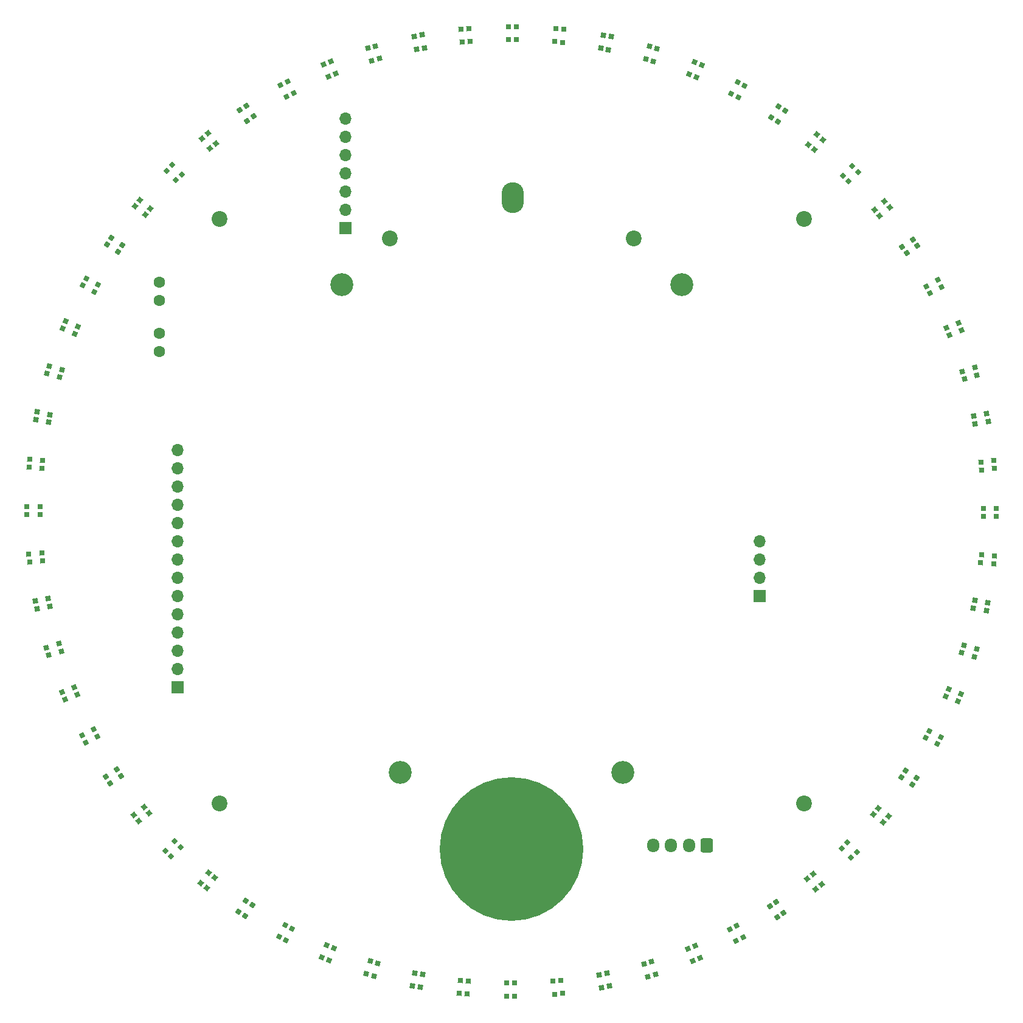
<source format=gbr>
%TF.GenerationSoftware,KiCad,Pcbnew,7.0.11*%
%TF.CreationDate,2025-03-06T22:48:18+09:00*%
%TF.ProjectId,IO,494f2e6b-6963-4616-945f-706362585858,rev?*%
%TF.SameCoordinates,Original*%
%TF.FileFunction,Soldermask,Top*%
%TF.FilePolarity,Negative*%
%FSLAX46Y46*%
G04 Gerber Fmt 4.6, Leading zero omitted, Abs format (unit mm)*
G04 Created by KiCad (PCBNEW 7.0.11) date 2025-03-06 22:48:18*
%MOMM*%
%LPD*%
G01*
G04 APERTURE LIST*
G04 Aperture macros list*
%AMRoundRect*
0 Rectangle with rounded corners*
0 $1 Rounding radius*
0 $2 $3 $4 $5 $6 $7 $8 $9 X,Y pos of 4 corners*
0 Add a 4 corners polygon primitive as box body*
4,1,4,$2,$3,$4,$5,$6,$7,$8,$9,$2,$3,0*
0 Add four circle primitives for the rounded corners*
1,1,$1+$1,$2,$3*
1,1,$1+$1,$4,$5*
1,1,$1+$1,$6,$7*
1,1,$1+$1,$8,$9*
0 Add four rect primitives between the rounded corners*
20,1,$1+$1,$2,$3,$4,$5,0*
20,1,$1+$1,$4,$5,$6,$7,0*
20,1,$1+$1,$6,$7,$8,$9,0*
20,1,$1+$1,$8,$9,$2,$3,0*%
%AMRotRect*
0 Rectangle, with rotation*
0 The origin of the aperture is its center*
0 $1 length*
0 $2 width*
0 $3 Rotation angle, in degrees counterclockwise*
0 Add horizontal line*
21,1,$1,$2,0,0,$3*%
G04 Aperture macros list end*
%ADD10RotRect,0.700000X0.700000X348.750000*%
%ADD11RotRect,0.700000X0.700000X196.875000*%
%ADD12RotRect,0.700000X0.700000X292.500000*%
%ADD13R,1.700000X1.700000*%
%ADD14O,1.700000X1.700000*%
%ADD15RotRect,0.700000X0.700000X140.625000*%
%ADD16RotRect,0.700000X0.700000X303.750000*%
%ADD17RotRect,0.700000X0.700000X50.625000*%
%ADD18RotRect,0.700000X0.700000X320.625000*%
%ADD19RotRect,0.700000X0.700000X45.000000*%
%ADD20C,2.200000*%
%ADD21RotRect,0.700000X0.700000X185.625000*%
%ADD22RotRect,0.700000X0.700000X101.250000*%
%ADD23C,3.200000*%
%ADD24RotRect,0.700000X0.700000X275.625000*%
%ADD25RotRect,0.700000X0.700000X236.250000*%
%ADD26RotRect,0.700000X0.700000X264.375000*%
%ADD27RotRect,0.700000X0.700000X174.375000*%
%ADD28R,0.700000X0.700000*%
%ADD29RotRect,0.700000X0.700000X106.875000*%
%ADD30RotRect,0.700000X0.700000X337.500000*%
%ADD31RotRect,0.700000X0.700000X241.875000*%
%ADD32RotRect,0.700000X0.700000X281.250000*%
%ADD33RotRect,0.700000X0.700000X213.750000*%
%ADD34RotRect,0.700000X0.700000X123.750000*%
%ADD35RotRect,0.700000X0.700000X118.125000*%
%ADD36RotRect,0.700000X0.700000X22.500000*%
%ADD37RotRect,0.700000X0.700000X146.250000*%
%ADD38RotRect,0.700000X0.700000X191.250000*%
%ADD39RotRect,0.700000X0.700000X253.125000*%
%ADD40RotRect,0.700000X0.700000X230.625000*%
%ADD41RotRect,0.700000X0.700000X5.625000*%
%ADD42RotRect,0.700000X0.700000X202.500000*%
%ADD43RotRect,0.700000X0.700000X95.625000*%
%ADD44RotRect,0.700000X0.700000X157.500000*%
%ADD45RotRect,0.700000X0.700000X112.500000*%
%ADD46RotRect,0.700000X0.700000X354.375000*%
%ADD47RotRect,0.700000X0.700000X61.875000*%
%ADD48RotRect,0.700000X0.700000X78.750000*%
%ADD49RotRect,0.700000X0.700000X326.250000*%
%ADD50RotRect,0.700000X0.700000X219.375000*%
%ADD51RotRect,0.700000X0.700000X28.125000*%
%ADD52RotRect,0.700000X0.700000X247.500000*%
%ADD53C,20.000000*%
%ADD54RotRect,0.700000X0.700000X163.125000*%
%ADD55RotRect,0.700000X0.700000X343.125000*%
%ADD56RotRect,0.700000X0.700000X286.875000*%
%ADD57RotRect,0.700000X0.700000X84.375000*%
%ADD58RotRect,0.700000X0.700000X129.375000*%
%ADD59RotRect,0.700000X0.700000X56.250000*%
%ADD60RotRect,0.700000X0.700000X309.375000*%
%ADD61RotRect,0.700000X0.700000X315.000000*%
%ADD62RotRect,0.700000X0.700000X73.125000*%
%ADD63RotRect,0.700000X0.700000X39.375000*%
%ADD64RotRect,0.700000X0.700000X208.125000*%
%ADD65RotRect,0.700000X0.700000X258.750000*%
%ADD66RotRect,0.700000X0.700000X168.750000*%
%ADD67RotRect,0.700000X0.700000X16.875000*%
%ADD68RotRect,0.700000X0.700000X67.500000*%
%ADD69RotRect,0.700000X0.700000X225.000000*%
%ADD70RotRect,0.700000X0.700000X11.250000*%
%ADD71RotRect,0.700000X0.700000X298.125000*%
%ADD72RotRect,0.700000X0.700000X331.875000*%
%ADD73RotRect,0.700000X0.700000X33.750000*%
%ADD74RotRect,0.700000X0.700000X135.000000*%
%ADD75RotRect,0.700000X0.700000X151.875000*%
%ADD76RoundRect,0.250000X0.600000X0.725000X-0.600000X0.725000X-0.600000X-0.725000X0.600000X-0.725000X0*%
%ADD77O,1.700000X1.950000*%
%ADD78C,1.600000*%
%ADD79O,3.100000X4.300000*%
G04 APERTURE END LIST*
D10*
%TO.C,D23*%
X77004539Y-76809349D03*
X78799376Y-77166365D03*
X79013975Y-76087501D03*
X77219138Y-75730485D03*
%TD*%
D11*
%TO.C,D42*%
X207738036Y-69550892D03*
X205986835Y-70082113D03*
X206306148Y-71134748D03*
X208057349Y-70603527D03*
%TD*%
D12*
%TO.C,D40*%
X117055977Y-27366960D03*
X117756288Y-29057660D03*
X118772555Y-28636708D03*
X118072244Y-26946008D03*
%TD*%
D13*
%TO.C,J3*%
X177780000Y-101360000D03*
D14*
X177780000Y-98820000D03*
X177780000Y-96280000D03*
X177780000Y-93740000D03*
%TD*%
D15*
%TO.C,D59*%
X195722804Y-132035307D03*
X194308195Y-130874367D03*
X193610362Y-131724679D03*
X195024971Y-132885619D03*
%TD*%
D16*
%TO.C,D24*%
X105427852Y-33677983D03*
X106444545Y-35199572D03*
X107359162Y-34588445D03*
X106342469Y-33066856D03*
%TD*%
D17*
%TO.C,D61*%
X100798693Y-141996081D03*
X101959633Y-140581472D03*
X101109321Y-139883639D03*
X99948381Y-141298248D03*
%TD*%
D18*
%TO.C,D63*%
X90837921Y-47071973D03*
X92252530Y-48232913D03*
X92950363Y-47382601D03*
X91535754Y-46221661D03*
%TD*%
D19*
%TO.C,D6*%
X95862996Y-137579624D03*
X97157001Y-136285619D03*
X96379184Y-135507802D03*
X95085179Y-136801807D03*
%TD*%
D20*
%TO.C,REF\u002A\u002A*%
X183950000Y-48880000D03*
%TD*%
D21*
%TO.C,D58*%
X210401843Y-82510309D03*
X208580655Y-82689680D03*
X208688473Y-83784383D03*
X210509661Y-83605012D03*
%TD*%
D22*
%TO.C,D52*%
X156868832Y-155661547D03*
X156511816Y-153866710D03*
X155432952Y-154081309D03*
X155789968Y-155876146D03*
%TD*%
D23*
%TO.C,REF\u002A\u002A*%
X119590000Y-57970000D03*
%TD*%
D24*
%TO.C,D64*%
X136237031Y-22432160D03*
X136416402Y-24253348D03*
X137511105Y-24145530D03*
X137331734Y-22324342D03*
%TD*%
D25*
%TO.C,D49*%
X180417208Y-33199792D03*
X179400515Y-34721381D03*
X180315132Y-35332508D03*
X181331825Y-33810919D03*
%TD*%
D26*
%TO.C,D9*%
X149467116Y-22347794D03*
X149287745Y-24168982D03*
X150382448Y-24276800D03*
X150561819Y-22455612D03*
%TD*%
D27*
%TO.C,D11*%
X210486208Y-95740396D03*
X208665020Y-95561025D03*
X208557202Y-96655728D03*
X210378390Y-96835099D03*
%TD*%
D28*
%TO.C,D1*%
X142850000Y-22065000D03*
X142850000Y-23895000D03*
X143950000Y-23895000D03*
X143950000Y-22065000D03*
%TD*%
D29*
%TO.C,D44*%
X163283108Y-154011316D03*
X162751887Y-152260115D03*
X161699252Y-152579428D03*
X162230473Y-154330629D03*
%TD*%
D30*
%TO.C,D39*%
X80764298Y-64124455D03*
X82454998Y-64824766D03*
X82875950Y-63808499D03*
X81185250Y-63108188D03*
%TD*%
D23*
%TO.C,REF\u002A\u002A*%
X158790000Y-125890000D03*
%TD*%
D31*
%TO.C,D41*%
X174714741Y-29831103D03*
X173852085Y-31445019D03*
X174822199Y-31963555D03*
X175684855Y-30349639D03*
%TD*%
D32*
%TO.C,D56*%
X129691890Y-23445736D03*
X130048906Y-25240573D03*
X131127770Y-25025974D03*
X130770754Y-23231137D03*
%TD*%
D33*
%TO.C,D18*%
X199156018Y-51701129D03*
X197634429Y-52717822D03*
X198245556Y-53632439D03*
X199767145Y-52615746D03*
%TD*%
D34*
%TO.C,D20*%
X181132872Y-145429299D03*
X180116179Y-143907710D03*
X179201562Y-144518837D03*
X180218255Y-146040426D03*
%TD*%
D35*
%TO.C,D28*%
X175473830Y-148870438D03*
X174611174Y-147256522D03*
X173641060Y-147775058D03*
X174503716Y-149388974D03*
%TD*%
D23*
%TO.C,REF\u002A\u002A*%
X127790000Y-125890000D03*
%TD*%
D36*
%TO.C,D38*%
X81093680Y-115778024D03*
X82784380Y-115077713D03*
X82363428Y-114061446D03*
X80672728Y-114761757D03*
%TD*%
D13*
%TO.C,J1*%
X96780000Y-114070000D03*
D14*
X96780000Y-111530000D03*
X96780000Y-108990000D03*
X96780000Y-106450000D03*
X96780000Y-103910000D03*
X96780000Y-101370000D03*
X96780000Y-98830000D03*
X96780000Y-96290000D03*
X96780000Y-93750000D03*
X96780000Y-91210000D03*
X96780000Y-88670000D03*
X96780000Y-86130000D03*
X96780000Y-83590000D03*
X96780000Y-81050000D03*
%TD*%
D37*
%TO.C,D51*%
X199634210Y-126690488D03*
X198112621Y-125673795D03*
X197501494Y-126588412D03*
X199023083Y-127605105D03*
%TD*%
D38*
%TO.C,D50*%
X209388267Y-75965168D03*
X207593430Y-76322184D03*
X207808029Y-77401048D03*
X209602866Y-77044032D03*
%TD*%
D39*
%TO.C,D25*%
X162459449Y-24846111D03*
X161928228Y-26597312D03*
X162980863Y-26916625D03*
X163512084Y-25165424D03*
%TD*%
D40*
%TO.C,D57*%
X185762027Y-37111198D03*
X184601087Y-38525807D03*
X185451399Y-39223640D03*
X186612339Y-37809031D03*
%TD*%
D41*
%TO.C,D62*%
X76158880Y-96596970D03*
X77980068Y-96417599D03*
X77872250Y-95322896D03*
X76051062Y-95502267D03*
%TD*%
D42*
%TO.C,D34*%
X205467042Y-63329254D03*
X203776342Y-64029565D03*
X204197294Y-65045832D03*
X205887994Y-64345521D03*
%TD*%
D43*
%TO.C,D60*%
X150323691Y-156675123D03*
X150144320Y-154853935D03*
X149049617Y-154961753D03*
X149228988Y-156782941D03*
%TD*%
D44*
%TO.C,D35*%
X205796427Y-114982824D03*
X204105727Y-114282513D03*
X203684775Y-115298780D03*
X205375475Y-115999091D03*
%TD*%
D45*
%TO.C,D36*%
X169504746Y-151740323D03*
X168804435Y-150049623D03*
X167788168Y-150470575D03*
X168488479Y-152161275D03*
%TD*%
D46*
%TO.C,D15*%
X76074516Y-83366883D03*
X77895704Y-83546254D03*
X78003522Y-82451551D03*
X76182334Y-82272180D03*
%TD*%
D28*
%TO.C,D7*%
X75791722Y-89983999D03*
X77621722Y-89983999D03*
X77621722Y-88883999D03*
X75791722Y-88883999D03*
%TD*%
D47*
%TO.C,D45*%
X111845979Y-149276177D03*
X112708635Y-147662261D03*
X111738521Y-147143725D03*
X110875865Y-148757641D03*
%TD*%
D20*
%TO.C,REF\u002A\u002A*%
X126290000Y-51560000D03*
%TD*%
D13*
%TO.C,J5*%
X120170000Y-50160000D03*
D14*
X120170000Y-47620000D03*
X120170000Y-45080000D03*
X120170000Y-42540000D03*
X120170000Y-40000000D03*
X120170000Y-37460000D03*
X120170000Y-34920000D03*
%TD*%
D48*
%TO.C,D21*%
X130536070Y-155829464D03*
X130893086Y-154034627D03*
X129814222Y-153820028D03*
X129457206Y-155614865D03*
%TD*%
D20*
%TO.C,REF\u002A\u002A*%
X102630000Y-130210000D03*
%TD*%
D49*
%TO.C,D55*%
X86926515Y-52416792D03*
X88448104Y-53433485D03*
X89059231Y-52518868D03*
X87537642Y-51502175D03*
%TD*%
D50*
%TO.C,D10*%
X195176766Y-46406627D03*
X193762157Y-47567567D03*
X194459990Y-48417879D03*
X195874599Y-47256939D03*
%TD*%
D20*
%TO.C,REF\u002A\u002A*%
X183950000Y-130200000D03*
%TD*%
D51*
%TO.C,D30*%
X83963565Y-121747107D03*
X85577481Y-120884451D03*
X85058945Y-119914337D03*
X83445029Y-120776993D03*
%TD*%
D52*
%TO.C,D33*%
X168709544Y-27037575D03*
X168009233Y-28728275D03*
X169025500Y-29149227D03*
X169725811Y-27458527D03*
%TD*%
D28*
%TO.C,D5*%
X143710720Y-157042281D03*
X143710720Y-155212281D03*
X142610720Y-155212281D03*
X142610720Y-157042281D03*
%TD*%
D53*
%TO.C,REF\u002A\u002A*%
X143290000Y-136570000D03*
%TD*%
D54*
%TO.C,D27*%
X207987891Y-108732729D03*
X206236690Y-108201508D03*
X205917377Y-109254143D03*
X207668578Y-109785364D03*
%TD*%
D55*
%TO.C,D31*%
X78572834Y-70374550D03*
X80324035Y-70905771D03*
X80643348Y-69853136D03*
X78892147Y-69321915D03*
%TD*%
D56*
%TO.C,D48*%
X123277615Y-25095967D03*
X123808836Y-26847168D03*
X124861471Y-26527855D03*
X124330250Y-24776654D03*
%TD*%
D57*
%TO.C,D13*%
X137093604Y-156759487D03*
X137272975Y-154938299D03*
X136178272Y-154830481D03*
X135998901Y-156651669D03*
%TD*%
D58*
%TO.C,D12*%
X186427375Y-141450047D03*
X185266435Y-140035438D03*
X184416123Y-140733271D03*
X185577063Y-142147880D03*
%TD*%
D20*
%TO.C,REF\u002A\u002A*%
X102620000Y-48890000D03*
%TD*%
D59*
%TO.C,D53*%
X106143512Y-145907488D03*
X107160205Y-144385899D03*
X106245588Y-143774772D03*
X105228895Y-145296361D03*
%TD*%
D60*
%TO.C,D16*%
X100133350Y-37657234D03*
X101294290Y-39071843D03*
X102144602Y-38374010D03*
X100983662Y-36959401D03*
%TD*%
D61*
%TO.C,D8*%
X95254378Y-42136276D03*
X96548383Y-43430281D03*
X97326200Y-42652464D03*
X96032195Y-41358459D03*
%TD*%
D62*
%TO.C,D29*%
X124101271Y-154261169D03*
X124632492Y-152509968D03*
X123579857Y-152190655D03*
X123048636Y-153941856D03*
%TD*%
D63*
%TO.C,D14*%
X91383954Y-132700652D03*
X92798563Y-131539712D03*
X92100730Y-130689400D03*
X90686121Y-131850340D03*
%TD*%
D20*
%TO.C,REF\u002A\u002A*%
X160290000Y-51570000D03*
%TD*%
D64*
%TO.C,D26*%
X202597157Y-57360171D03*
X200983241Y-58222827D03*
X201501777Y-59192941D03*
X203115693Y-58330285D03*
%TD*%
D28*
%TO.C,D3*%
X210769002Y-89123280D03*
X208939002Y-89123280D03*
X208939002Y-90223280D03*
X210769002Y-90223280D03*
%TD*%
D65*
%TO.C,D17*%
X156024650Y-23277816D03*
X155667634Y-25072653D03*
X156746498Y-25287252D03*
X157103514Y-23492415D03*
%TD*%
D66*
%TO.C,D19*%
X209556186Y-102297930D03*
X207761349Y-101940914D03*
X207546750Y-103019778D03*
X209341587Y-103376794D03*
%TD*%
D67*
%TO.C,D46*%
X78822687Y-109556386D03*
X80573888Y-109025165D03*
X80254575Y-107972530D03*
X78503374Y-108503751D03*
%TD*%
D68*
%TO.C,D37*%
X117851176Y-152069705D03*
X118551487Y-150379005D03*
X117535220Y-149958053D03*
X116834909Y-151648753D03*
%TD*%
D23*
%TO.C,REF\u002A\u002A*%
X167000000Y-57970000D03*
%TD*%
D69*
%TO.C,D2*%
X190697724Y-41527655D03*
X189403719Y-42821660D03*
X190181536Y-43599477D03*
X191475541Y-42305472D03*
%TD*%
D70*
%TO.C,D54*%
X77172456Y-103142111D03*
X78967293Y-102785095D03*
X78752694Y-101706231D03*
X76957857Y-102063247D03*
%TD*%
D71*
%TO.C,D32*%
X111086894Y-30236845D03*
X111949550Y-31850761D03*
X112919664Y-31332225D03*
X112057008Y-29718309D03*
%TD*%
D72*
%TO.C,D47*%
X83557826Y-58119259D03*
X85171742Y-58981915D03*
X85690278Y-58011801D03*
X84076362Y-57149145D03*
%TD*%
D73*
%TO.C,D22*%
X87404703Y-127406149D03*
X88926292Y-126389456D03*
X88315165Y-125474839D03*
X86793576Y-126491532D03*
%TD*%
D74*
%TO.C,D4*%
X191306347Y-136971005D03*
X190012342Y-135677000D03*
X189234525Y-136454817D03*
X190528530Y-137748822D03*
%TD*%
D75*
%TO.C,D43*%
X203002899Y-120988021D03*
X201388983Y-120125365D03*
X200870447Y-121095479D03*
X202484363Y-121958135D03*
%TD*%
D76*
%TO.C,J2*%
X170460000Y-136065000D03*
D77*
X167960000Y-136065000D03*
X165460000Y-136065000D03*
X162960000Y-136065000D03*
%TD*%
D78*
%TO.C,C2*%
X94234000Y-67290000D03*
X94234000Y-64790000D03*
%TD*%
%TO.C,C4*%
X94214000Y-60198000D03*
X94214000Y-57698000D03*
%TD*%
D79*
%TO.C,U3*%
X143461436Y-45917848D03*
%TD*%
M02*

</source>
